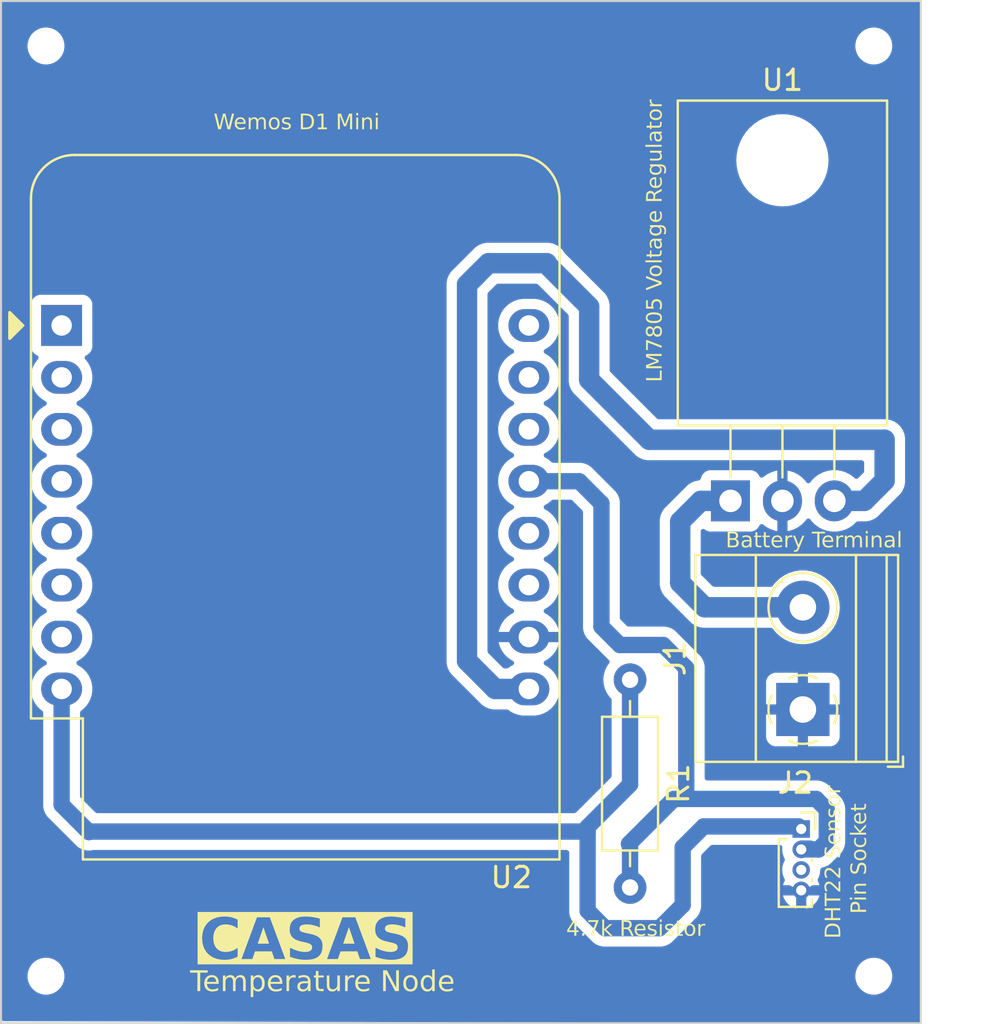
<source format=kicad_pcb>
(kicad_pcb (version 20240108) (generator "pcbnew") (generator_version "8.0")
  (layers (0 "F.Cu" signal) (31 "B.Cu" signal) (34 "B.Paste" user) (35 "F.Paste" user) (36 "B.SilkS" user "B.Silkscreen") (37 "F.SilkS" user "F.Silkscreen") (38 "B.Mask" user) (39 "F.Mask" user) (44 "Edge.Cuts" user))
  (net 0 "")
  (net 1 "GND")
  (net 2 "Net-(J1-Pin_2)")
  (net 3 "Net-(J2-Pin_1)")
  (net 4 "Net-(J2-Pin_2)")
  (net 6 "Net-(U1-OUT)")
  (footprint "Resistor_THT:R_Axial_DIN0207_L6.3mm_D2.5mm_P10.16mm_Horizontal" (layer "F.Cu") (at 121.575 106 -90)
    (property "Reference" "R1" (at 5.08 -2.37 90) (layer "F.SilkS"))
    (property "Value" "4.7k")
    (fp_line (start 1.81 1.37) (end 8.35 1.37) (stroke (width 0.12)) (layer "F.SilkS"))
    (fp_line (start 8.35 1.37) (end 8.35 -1.37) (stroke (width 0.12)) (layer "F.SilkS"))
    (fp_line (start 1.04 0) (end 1.81 0) (stroke (width 0.12)) (layer "F.SilkS"))
    (fp_line (start 9.12 0) (end 8.35 0) (stroke (width 0.12)) (layer "F.SilkS"))
    (fp_line (start 1.81 -1.37) (end 1.81 1.37) (stroke (width 0.12)) (layer "F.SilkS"))
    (fp_line (start 8.35 -1.37) (end 1.81 -1.37) (stroke (width 0.12)) (layer "F.SilkS"))
    (pad "1" thru_hole circle (at 0 0 270) (size 1.6 1.6) (drill 0.8) (layers "*.Cu" "*.Mask") (net 3 "Net-(J2-Pin_1)"))
    (pad "2" thru_hole oval (at 10.16 0 270) (size 1.6 1.6) (drill 0.8) (layers "*.Cu" "*.Mask") (net 4 "Net-(J2-Pin_2)"))
  )
  (footprint "MountingHole:MountingHole_2.1mm" (layer "F.Cu") (at 93 120.5)
    (property "Reference" "REF**" (hide yes))
    (property "Value" "MountingHole_2.1mm" (hide yes))
    (pad "" np_thru_hole circle (at 0 0) (size 1.152 1.152) (drill 1.2) (layers "F&B.Cu" "*.Mask") (clearance 0.3))
  )
  (footprint "Package_TO_SOT_THT:TO-220-3_Horizontal_TabDown" (layer "F.Cu") (at 126.49 97.25)
    (property "Reference" "U1" (at 2.54 -20.58 0) (layer "F.SilkS"))
    (property "Value" "LM7805 Voltage Regulator")
    (fp_line (start -2.58 -19.58) (end -2.58 -3.69) (stroke (width 0.12)) (layer "F.SilkS"))
    (fp_line (start -2.58 -19.58) (end 7.66 -19.58) (stroke (width 0.12)) (layer "F.SilkS"))
    (fp_line (start -2.58 -3.69) (end 7.66 -3.69) (stroke (width 0.12)) (layer "F.SilkS"))
    (fp_line (start 0 -3.69) (end 0 -1.15) (stroke (width 0.12)) (layer "F.SilkS"))
    (fp_line (start 2.54 -3.69) (end 2.54 -1.15) (stroke (width 0.12)) (layer "F.SilkS"))
    (fp_line (start 5.08 -3.69) (end 5.08 -1.15) (stroke (width 0.12)) (layer "F.SilkS"))
    (fp_line (start 7.66 -19.58) (end 7.66 -3.69) (stroke (width 0.12)) (layer "F.SilkS"))
    (pad "" np_thru_hole oval (at 2.54 -16.66) (size 3.5 3.5) (drill 3.5) (layers "*.Cu" "*.Mask"))
    (pad "1" thru_hole rect (at 0 0) (size 1.905 2) (drill 1.1) (layers "*.Cu" "*.Mask") (net 2 "Net-(J1-Pin_2)"))
    (pad "2" thru_hole oval (at 2.54 0) (size 1.905 2) (drill 1.1) (layers "*.Cu" "*.Mask") (net 1 "GND"))
    (pad "3" thru_hole oval (at 5.08 0) (size 1.905 2) (drill 1.1) (layers "*.Cu" "*.Mask") (net 6 "Net-(U1-OUT)"))
  )
  (footprint "Connector_PinSocket_1.00mm:PinSocket_1x04_P1.00mm_Vertical" (layer "F.Cu") (at 129.95 113.3)
    (property "Reference" "J2" (at -0.29 -2.25 0) (layer "F.SilkS"))
    (property "Value" "DHT22 Sensor Pin Socket" (hide yes))
    (fp_line (start -1.1 0.5) (end -1.1 3.81) (stroke (width 0.12)) (layer "F.SilkS"))
    (fp_line (start -1.1 0.5) (end -0.685 0.5) (stroke (width 0.12)) (layer "F.SilkS"))
    (fp_line (start -1.1 3.81) (end 0.52 3.81) (stroke (width 0.12)) (layer "F.SilkS"))
    (fp_line (start 0 -0.81) (end 0.685 -0.81) (stroke (width 0.12)) (layer "F.SilkS"))
    (fp_line (start 0.52 1.445898) (end 0.52 1.554102) (stroke (width 0.12)) (layer "F.SilkS"))
    (fp_line (start 0.52 2.445898) (end 0.52 2.554102) (stroke (width 0.12)) (layer "F.SilkS"))
    (fp_line (start 0.52 3.445898) (end 0.52 3.81) (stroke (width 0.12)) (layer "F.SilkS"))
    (fp_line (start 0.685 -0.81) (end 0.685 0) (stroke (width 0.12)) (layer "F.SilkS"))
    (pad "1" thru_hole rect (at 0 0) (size 0.85 0.85) (drill 0.5) (layers "*.Cu" "*.Mask") (net 3 "Net-(J2-Pin_1)"))
    (pad "2" thru_hole oval (at 0 1) (size 0.85 0.85) (drill 0.5) (layers "*.Cu" "*.Mask") (net 4 "Net-(J2-Pin_2)"))
    (pad "3" thru_hole oval (at 0 2) (size 0.85 0.85) (drill 0.5) (layers "*.Cu" "*.Mask"))
    (pad "4" thru_hole oval (at 0 3) (size 0.85 0.85) (drill 0.5) (layers "*.Cu" "*.Mask") (net 1 "GND"))
  )
  (footprint "MountingHole:MountingHole_2.1mm" (layer "F.Cu") (at 133.5 75)
    (property "Reference" "REF**" (hide yes))
    (property "Value" "MountingHole_2.1mm" (hide yes))
    (pad "" np_thru_hole circle (at 0 0) (size 1.152 1.152) (drill 1.2) (layers "F&B.Cu" "*.Mask") (clearance 0.3))
  )
  (footprint "TerminalBlock_Phoenix:TerminalBlock_Phoenix_MKDS-1,5-2_1x02_P5.00mm_Horizontal" (layer "F.Cu") (at 130.03 107.455 90)
    (property "Reference" "J1" (at 2.5 -6.26 -90) (layer "F.SilkS"))
    (property "Value" "Input Terminal")
    (fp_line (start 7.56 -5.261) (end 7.56 4.66) (stroke (width 0.12)) (layer "F.SilkS"))
    (fp_line (start -2.56 -5.261) (end 7.56 -5.261) (stroke (width 0.12)) (layer "F.SilkS"))
    (fp_line (start -2.56 -5.261) (end -2.56 4.66) (stroke (width 0.12)) (layer "F.SilkS"))
    (fp_line (start -2.56 -2.301) (end 7.56 -2.301) (stroke (width 0.12)) (layer "F.SilkS"))
    (fp_line (start 6.07 -1.275) (end 6.035 -1.239) (stroke (width 0.12)) (layer "F.SilkS"))
    (fp_line (start 6.275 -1.069) (end 6.228 -1.023) (stroke (width 0.12)) (layer "F.SilkS"))
    (fp_line (start 3.773 1.023) (end 3.726 1.069) (stroke (width 0.12)) (layer "F.SilkS"))
    (fp_line (start 3.966 1.239) (end 3.931 1.274) (stroke (width 0.12)) (layer "F.SilkS"))
    (fp_line (start -2.56 2.6) (end 7.56 2.6) (stroke (width 0.12)) (layer "F.SilkS"))
    (fp_line (start -2.56 4.1) (end 7.56 4.1) (stroke (width 0.12)) (layer "F.SilkS"))
    (fp_line (start -2.8 4.16) (end -2.8 4.9) (stroke (width 0.12)) (layer "F.SilkS"))
    (fp_line (start -2.56 4.66) (end 7.56 4.66) (stroke (width 0.12)) (layer "F.SilkS"))
    (fp_line (start -2.8 4.9) (end -2.3 4.9) (stroke (width 0.12)) (layer "F.SilkS"))
    (fp_arc (start -0.683042 -1.535427) (mid 0.000524 -1.680501) (end 0.684 -1.535) (stroke (width 0.12)) (layer "F.SilkS"))
    (fp_arc (start 1.535427 -0.683042) (mid 1.680501 0.000524) (end 1.535 0.684) (stroke (width 0.12)) (layer "F.SilkS"))
    (fp_arc (start -1.535427 0.683042) (mid -1.680501 -0.000524) (end -1.535 -0.684) (stroke (width 0.12)) (layer "F.SilkS"))
    (fp_arc (start 0.683318 1.534756) (mid 0.349292 1.643288) (end 0 1.68) (stroke (width 0.12)) (layer "F.SilkS"))
    (fp_arc (start 0.028805 1.680253) (mid -0.335551 1.646659) (end -0.684 1.535) (stroke (width 0.12)) (layer "F.SilkS"))
    (fp_circle (center 5 0) (end 6.68 0) (stroke (width 0.12)) (fill none) (layer "F.SilkS"))
    (pad "1" thru_hole rect (at 0 0 90) (size 2.6 2.6) (drill 1.3) (layers "*.Cu" "*.Mask") (net 1 "GND"))
    (pad "2" thru_hole circle (at 5 0 90) (size 2.6 2.6) (drill 1.3) (layers "*.Cu" "*.Mask") (net 2 "Net-(J1-Pin_2)"))
  )
  (footprint "MountingHole:MountingHole_2.1mm" (layer "F.Cu") (at 133.5 120.5)
    (property "Reference" "REF**" (hide yes))
    (property "Value" "MountingHole_2.1mm" (hide yes))
    (pad "" np_thru_hole circle (at 0 0) (size 1.152 1.152) (drill 1.2) (layers "F&B.Cu" "*.Mask") (clearance 0.3))
  )
  (footprint "Module:WEMOS_D1_mini_light" (layer "F.Cu") (at 93.765 88.67)
    (property "Reference" "U2" (at 22 27 0) (layer "F.SilkS"))
    (property "Value" "WeMos_D1_mini")
    (fp_line (start -1.5 19.22) (end -1.5 -6.21) (stroke (width 0.12)) (layer "F.SilkS"))
    (fp_line (start -1.5 19.22) (end 1.04 19.22) (stroke (width 0.12)) (layer "F.SilkS"))
    (fp_line (start 1.04 19.22) (end 1.04 26.12) (stroke (width 0.12)) (layer "F.SilkS"))
    (fp_line (start 1.04 26.12) (end 24.36 26.12) (stroke (width 0.12)) (layer "F.SilkS"))
    (fp_line (start 22.24 -8.34) (end 0.63 -8.34) (stroke (width 0.12)) (layer "F.SilkS"))
    (fp_line (start 24.36 26.12) (end 24.36 -6.21) (stroke (width 0.12)) (layer "F.SilkS"))
    (fp_arc (start -1.5 -6.21) (mid -0.876137 -7.716137) (end 0.63 -8.34) (stroke (width 0.12)) (layer "F.SilkS"))
    (fp_arc (start 22.23 -8.34) (mid 23.736137 -7.716137) (end 24.36 -6.21) (stroke (width 0.12)) (layer "F.SilkS"))
    (fp_poly (pts (xy -2.54 -0.635) (xy -2.54 0.635) (xy -1.905 0)) (stroke (width 0.15)) (fill solid) (layer "F.SilkS"))
    (pad "1" thru_hole rect (at 0 0) (size 2 2) (drill 1) (layers "*.Cu" "*.Mask"))
    (pad "2" thru_hole oval (at 0 2.54) (size 2 1.6) (drill 1) (layers "*.Cu" "*.Mask"))
    (pad "3" thru_hole oval (at 0 5.08) (size 2 1.6) (drill 1) (layers "*.Cu" "*.Mask"))
    (pad "4" thru_hole oval (at 0 7.62) (size 2 1.6) (drill 1) (layers "*.Cu" "*.Mask"))
    (pad "5" thru_hole oval (at 0 10.16) (size 2 1.6) (drill 1) (layers "*.Cu" "*.Mask"))
    (pad "6" thru_hole oval (at 0 12.7) (size 2 1.6) (drill 1) (layers "*.Cu" "*.Mask"))
    (pad "7" thru_hole oval (at 0 15.24) (size 2 1.6) (drill 1) (layers "*.Cu" "*.Mask"))
    (pad "8" thru_hole oval (at 0 17.78) (size 2 1.6) (drill 1) (layers "*.Cu" "*.Mask") (net 3 "Net-(J2-Pin_1)"))
    (pad "9" thru_hole oval (at 22.86 17.78) (size 2 1.6) (drill 1) (layers "*.Cu" "*.Mask") (net 6 "Net-(U1-OUT)"))
    (pad "10" thru_hole oval (at 22.86 15.24) (size 2 1.6) (drill 1) (layers "*.Cu" "*.Mask") (net 1 "GND"))
    (pad "11" thru_hole oval (at 22.86 12.7) (size 2 1.6) (drill 1) (layers "*.Cu" "*.Mask"))
    (pad "12" thru_hole oval (at 22.86 10.16) (size 2 1.6) (drill 1) (layers "*.Cu" "*.Mask"))
    (pad "13" thru_hole oval (at 22.86 7.62) (size 2 1.6) (drill 1) (layers "*.Cu" "*.Mask") (net 4 "Net-(J2-Pin_2)"))
    (pad "14" thru_hole oval (at 22.86 5.08) (size 2 1.6) (drill 1) (layers "*.Cu" "*.Mask"))
    (pad "15" thru_hole oval (at 22.86 2.54) (size 2 1.6) (drill 1) (layers "*.Cu" "*.Mask"))
    (pad "16" thru_hole oval (at 22.86 0) (size 2 1.6) (drill 1) (layers "*.Cu" "*.Mask"))
  )
  (footprint "MountingHole:MountingHole_2.1mm" (layer "F.Cu") (at 93 75)
    (property "Reference" "REF**" (hide yes))
    (property "Value" "MountingHole_2.1mm" (hide yes))
    (pad "" np_thru_hole circle (at 0 0) (size 1.152 1.152) (drill 1.2) (layers "F&B.Cu" "*.Mask") (clearance 0.3))
  )
  (gr_rect (start 90.8 72.8) (end 135.8 122.8) (stroke (width 0.1)) (fill none) (layer "Edge.Cuts"))
  (gr_text "Battery Terminal" (at 126.25 99.65 0) (layer "F.SilkS") (effects (font (size 0.75 0.75)) (justify left bottom)))
  (gr_text "LM7805 Voltage Regulator" (at 123.25 91.45 90) (layer "F.SilkS") (effects (font (size 0.75 0.75)) (justify left bottom)))
  (gr_text "Temperature Node" (at 100.05 121.4 0) (layer "F.SilkS") (effects (font (size 1 1)) (justify left bottom)))
  (gr_text "4.7k Resistor" (at 118.45 118.65 0) (layer "F.SilkS") (effects (font (size 0.75 0.75)) (justify left bottom)))
  (gr_text "Wemos D1 Mini" (at 101.2 79.2 0) (layer "F.SilkS") (effects (font (size 0.75 0.75)) (justify left bottom)))
  (gr_text "DHT22 Sensor \nPin Socket" (at 133.25 114.75 90) (layer "F.SilkS") (effects (font (size 0.75 0.75)) (justify bottom)))
  (gr_text "CASAS" (at 100.5 120 0) (layer "F.SilkS" knockout) (effects (font (size 2 2)) (justify left bottom)))
  (segment (start 116.86 103.78) (end 116.88 103.76) (width 0.25) (layer "B.Cu") (net 1))
  (segment (start 126.49 97.25) (end 125.04 97.25) (width 1) (layer "B.Cu") (net 2))
  (segment (start 125.225 102.455) (end 130.03 102.455) (width 1) (layer "B.Cu") (net 2))
  (segment (start 124.03 98.26) (end 124.03 101.26) (width 1) (layer "B.Cu") (net 2))
  (segment (start 125.04 97.25) (end 124.03 98.26) (width 1) (layer "B.Cu") (net 2))
  (segment (start 124.03 101.26) (end 125.225 102.455) (width 1) (layer "B.Cu") (net 2))
  (segment (start 119.5 113.425) (end 119.5 117.3) (width 0.8) (layer "B.Cu") (net 3))
  (segment (start 125.175 113.175) (end 129.825 113.175) (width 0.8) (layer "B.Cu") (net 3))
  (segment (start 95.1 113.45) (end 93.765 112.115) (width 0.8) (layer "B.Cu") (net 3))
  (segment (start 124.15 114.2) (end 125.175 113.175) (width 0.8) (layer "B.Cu") (net 3))
  (segment (start 121.575 111.125) (end 121.575 106) (width 0.8) (layer "B.Cu") (net 3))
  (segment (start 129.825 113.175) (end 129.95 113.3) (width 0.8) (layer "B.Cu") (net 3))
  (segment (start 120.35 118.15) (end 123.025 118.15) (width 0.8) (layer "B.Cu") (net 3))
  (segment (start 93.765 112.115) (end 93.765 106.45) (width 0.8) (layer "B.Cu") (net 3))
  (segment (start 119.5 113.425) (end 95.125 113.425) (width 0.8) (layer "B.Cu") (net 3))
  (segment (start 119.5 117.3) (end 120.35 118.15) (width 0.8) (layer "B.Cu") (net 3))
  (segment (start 95.125 113.425) (end 95.1 113.45) (width 0.8) (layer "B.Cu") (net 3))
  (segment (start 123.025 118.15) (end 124.15 117.025) (width 0.8) (layer "B.Cu") (net 3))
  (segment (start 124.15 117.025) (end 124.15 114.2) (width 0.8) (layer "B.Cu") (net 3))
  (segment (start 119.5 113.2) (end 121.575 111.125) (width 0.8) (layer "B.Cu") (net 3))
  (segment (start 119.5 113.425) (end 119.5 113.2) (width 0.8) (layer "B.Cu") (net 3))
  (segment (start 131.2 113.9) (end 130.8 114.3) (width 0.8) (layer "B.Cu") (net 4))
  (segment (start 131.2 112.35) (end 131.2 113.9) (width 0.8) (layer "B.Cu") (net 4))
  (segment (start 123.2 104.3) (end 121.075 104.3) (width 0.8) (layer "B.Cu") (net 4))
  (segment (start 129.99 114.26) (end 129.95 114.3) (width 0.8) (layer "B.Cu") (net 4))
  (segment (start 121.075 104.3) (end 120.175 103.4) (width 0.8) (layer "B.Cu") (net 4))
  (segment (start 123.72 111.83) (end 121.525 114.025) (width 0.8) (layer "B.Cu") (net 4))
  (segment (start 121.575 114.075) (end 121.575 116.16) (width 0.8) (layer "B.Cu") (net 4))
  (segment (start 119.09 96.29) (end 116.625 96.29) (width 0.8) (layer "B.Cu") (net 4))
  (segment (start 120.175 97.375) (end 119.09 96.29) (width 0.8) (layer "B.Cu") (net 4))
  (segment (start 124.325 105.425) (end 123.2 104.3) (width 0.8) (layer "B.Cu") (net 4))
  (segment (start 124.325 111.83) (end 130.68 111.83) (width 0.8) (layer "B.Cu") (net 4))
  (segment (start 130.68 111.83) (end 131.2 112.35) (width 0.8) (layer "B.Cu") (net 4))
  (segment (start 124.325 111.83) (end 124.325 105.425) (width 0.8) (layer "B.Cu") (net 4))
  (segment (start 130.8 114.3) (end 129.95 114.3) (width 0.8) (layer "B.Cu") (net 4))
  (segment (start 124.325 111.83) (end 123.72 111.83) (width 0.8) (layer "B.Cu") (net 4))
  (segment (start 120.175 103.4) (end 120.175 97.375) (width 0.8) (layer "B.Cu") (net 4))
  (segment (start 121.525 114.025) (end 121.575 114.075) (width 0.8) (layer "B.Cu") (net 4))
  (segment (start 130.38 114.26) (end 129.99 114.26) (width 0.8) (layer "B.Cu") (net 4))
  (segment (start 131.57 97.25) (end 133.04 97.25) (width 1) (layer "B.Cu") (net 6))
  (segment (start 113.6 86.675) (end 113.6 105.075) (width 1) (layer "B.Cu") (net 6))
  (segment (start 117.5 85.625) (end 114.65 85.625) (width 1) (layer "B.Cu") (net 6))
  (segment (start 119.575 87.75) (end 117.5 85.675) (width 1) (layer "B.Cu") (net 6))
  (segment (start 133.04 97.25) (end 134.03 96.26) (width 1) (layer "B.Cu") (net 6))
  (segment (start 119.575 91.325) (end 119.575 87.75) (width 1) (layer "B.Cu") (net 6))
  (segment (start 114.65 85.625) (end 113.6 86.675) (width 1) (layer "B.Cu") (net 6))
  (segment (start 117.5 85.675) (end 117.5 85.625) (width 1) (layer "B.Cu") (net 6))
  (segment (start 116.625 106.275) (end 116.625 106.45) (width 1) (layer "B.Cu") (net 6))
  (segment (start 122.51 94.26) (end 119.575 91.325) (width 1) (layer "B.Cu") (net 6))
  (segment (start 134.03 94.26) (end 122.51 94.26) (width 1) (layer "B.Cu") (net 6))
  (segment (start 114.975 106.45) (end 116.625 106.45) (width 1) (layer "B.Cu") (net 6))
  (segment (start 113.6 105.075) (end 114.975 106.45) (width 1) (layer "B.Cu") (net 6))
  (segment (start 113.6 86.675) (end 114.075 86.2) (width 1) (layer "B.Cu") (net 6))
  (segment (start 134.03 96.26) (end 134.03 94.26) (width 1) (layer "B.Cu") (net 6))
  (zone (net 1) (net_name "GND") (layer "B.Cu") (connect_pads (clearance 0.5)) (min_thickness 0.25) (fill yes (thermal_gap 0.5) (thermal_bridge_width 0.5))
    (polygon (pts (xy 90.8 72.8) (xy 135.8 72.8) (xy 135.8 122.8) (xy 90.8 122.7)))
  )
)
</source>
